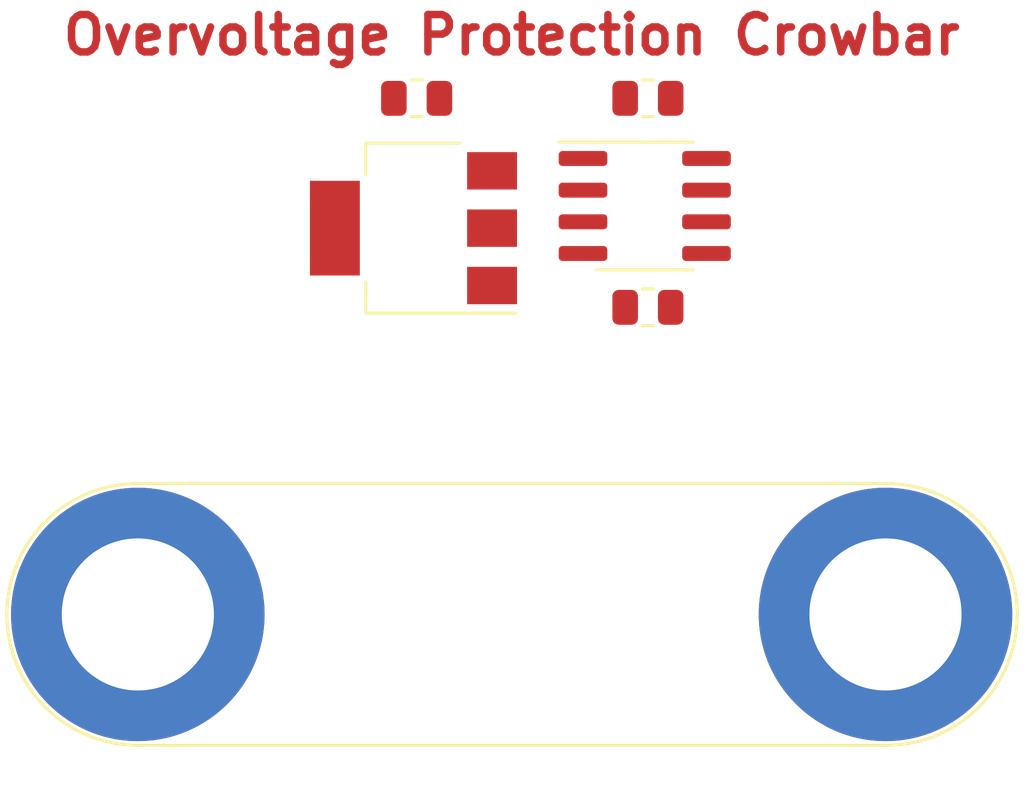
<source format=kicad_pcb>
(kicad_pcb (version 20171130) (host pcbnew "(5.1.7-1-gca8f026bc)")

  (general
    (thickness 1.6)
    (drawings 2)
    (tracks 0)
    (zones 0)
    (modules 6)
    (nets 5)
  )

  (page A4)
  (layers
    (0 F.Cu signal)
    (31 B.Cu signal)
    (32 B.Adhes user)
    (33 F.Adhes user)
    (34 B.Paste user)
    (35 F.Paste user)
    (36 B.SilkS user)
    (37 F.SilkS user)
    (38 B.Mask user)
    (39 F.Mask user)
    (40 Dwgs.User user)
    (41 Cmts.User user)
    (42 Eco1.User user)
    (43 Eco2.User user)
    (44 Edge.Cuts user)
    (45 Margin user)
    (46 B.CrtYd user)
    (47 F.CrtYd user)
    (48 B.Fab user)
    (49 F.Fab user)
  )

  (setup
    (last_trace_width 0.25)
    (trace_clearance 0.2)
    (zone_clearance 0.508)
    (zone_45_only no)
    (trace_min 0.2)
    (via_size 0.8)
    (via_drill 0.4)
    (via_min_size 0.4)
    (via_min_drill 0.3)
    (uvia_size 0.3)
    (uvia_drill 0.1)
    (uvias_allowed no)
    (uvia_min_size 0.2)
    (uvia_min_drill 0.1)
    (edge_width 0.05)
    (segment_width 0.2)
    (pcb_text_width 0.3)
    (pcb_text_size 1.5 1.5)
    (mod_edge_width 0.12)
    (mod_text_size 1 1)
    (mod_text_width 0.15)
    (pad_size 1.524 1.524)
    (pad_drill 0.762)
    (pad_to_mask_clearance 0)
    (aux_axis_origin 0 0)
    (visible_elements FFFFFF7F)
    (pcbplotparams
      (layerselection 0x010fc_ffffffff)
      (usegerberextensions false)
      (usegerberattributes true)
      (usegerberadvancedattributes true)
      (creategerberjobfile true)
      (excludeedgelayer true)
      (linewidth 0.100000)
      (plotframeref false)
      (viasonmask false)
      (mode 1)
      (useauxorigin false)
      (hpglpennumber 1)
      (hpglpenspeed 20)
      (hpglpendiameter 15.000000)
      (psnegative false)
      (psa4output false)
      (plotreference true)
      (plotvalue true)
      (plotinvisibletext false)
      (padsonsilk false)
      (subtractmaskfromsilk false)
      (outputformat 1)
      (mirror false)
      (drillshape 1)
      (scaleselection 1)
      (outputdirectory ""))
  )

  (net 0 "")
  (net 1 "Net-(D1-Pad3)")
  (net 2 "Net-(R1-Pad2)")
  (net 3 GND)
  (net 4 VCC)

  (net_class Default "This is the default net class."
    (clearance 0.2)
    (trace_width 0.25)
    (via_dia 0.8)
    (via_drill 0.4)
    (uvia_dia 0.3)
    (uvia_drill 0.1)
    (add_net GND)
    (add_net "Net-(D1-Pad3)")
    (add_net "Net-(R1-Pad2)")
    (add_net VCC)
  )

  (module Connector:Banana_Jack_2Pin (layer F.Cu) (tedit 5A1AB217) (tstamp 5F703032)
    (at 133.604 89.535)
    (descr "Dual banana socket, footprint - 2 x 6mm drills")
    (tags "banana socket")
    (path /5F707773)
    (fp_text reference J1 (at 14.985 -6.24) (layer F.SilkS) hide
      (effects (font (size 1 1) (thickness 0.15)))
    )
    (fp_text value Conn_01x02 (at 14.985 6.29) (layer F.Fab)
      (effects (font (size 1 1) (thickness 0.15)))
    )
    (fp_arc (start 0 0) (end 0 5.25) (angle 180) (layer F.SilkS) (width 0.12))
    (fp_arc (start 30 0) (end 30 -5.25) (angle 180) (layer F.SilkS) (width 0.12))
    (fp_arc (start 30 0) (end 30 -5.5) (angle 180) (layer F.CrtYd) (width 0.05))
    (fp_arc (start 0 0) (end 0 5.5) (angle 180) (layer F.CrtYd) (width 0.05))
    (fp_text user %R (at 14.985 0) (layer F.Fab)
      (effects (font (size 1 1) (thickness 0.15)))
    )
    (fp_line (start 30 -5.5) (end 0 -5.5) (layer F.CrtYd) (width 0.05))
    (fp_line (start 0 5.5) (end 30 5.5) (layer F.CrtYd) (width 0.05))
    (fp_line (start 0 5.25) (end 30 5.25) (layer F.SilkS) (width 0.12))
    (fp_line (start 30 -5.25) (end 0 -5.25) (layer F.SilkS) (width 0.12))
    (fp_circle (center 30 0) (end 32 0) (layer F.Fab) (width 0.1))
    (fp_circle (center 0 0) (end 2 0) (layer F.Fab) (width 0.1))
    (fp_circle (center 0 0) (end 4.75 0) (layer F.Fab) (width 0.1))
    (fp_circle (center 30 0) (end 34.75 0) (layer F.Fab) (width 0.1))
    (pad 2 thru_hole circle (at 29.97 0) (size 10.16 10.16) (drill 6.1) (layers *.Cu *.Mask)
      (net 3 GND))
    (pad 1 thru_hole circle (at 0 0) (size 10.16 10.16) (drill 6.1) (layers *.Cu *.Mask)
      (net 4 VCC))
    (model ${KISYS3DMOD}/Connector.3dshapes/Banana_Jack_2Pin.wrl
      (offset (xyz 14.98599977493286 0 0))
      (scale (xyz 2 2 2))
      (rotate (xyz 0 0 0))
    )
  )

  (module Package_SO:SOIC-8_3.9x4.9mm_P1.27mm (layer F.Cu) (tedit 5D9F72B1) (tstamp 5F7025DE)
    (at 153.924 73.152)
    (descr "SOIC, 8 Pin (JEDEC MS-012AA, https://www.analog.com/media/en/package-pcb-resources/package/pkg_pdf/soic_narrow-r/r_8.pdf), generated with kicad-footprint-generator ipc_gullwing_generator.py")
    (tags "SOIC SO")
    (path /5F6FD360)
    (attr smd)
    (fp_text reference U1 (at 0 -3.4) (layer F.SilkS) hide
      (effects (font (size 1 1) (thickness 0.15)))
    )
    (fp_text value LM285M-ADJ (at 0 3.4) (layer F.Fab) hide
      (effects (font (size 1 1) (thickness 0.15)))
    )
    (fp_text user %R (at 0 0) (layer F.Fab)
      (effects (font (size 0.98 0.98) (thickness 0.15)))
    )
    (fp_line (start 0 2.56) (end 1.95 2.56) (layer F.SilkS) (width 0.12))
    (fp_line (start 0 2.56) (end -1.95 2.56) (layer F.SilkS) (width 0.12))
    (fp_line (start 0 -2.56) (end 1.95 -2.56) (layer F.SilkS) (width 0.12))
    (fp_line (start 0 -2.56) (end -3.45 -2.56) (layer F.SilkS) (width 0.12))
    (fp_line (start -0.975 -2.45) (end 1.95 -2.45) (layer F.Fab) (width 0.1))
    (fp_line (start 1.95 -2.45) (end 1.95 2.45) (layer F.Fab) (width 0.1))
    (fp_line (start 1.95 2.45) (end -1.95 2.45) (layer F.Fab) (width 0.1))
    (fp_line (start -1.95 2.45) (end -1.95 -1.475) (layer F.Fab) (width 0.1))
    (fp_line (start -1.95 -1.475) (end -0.975 -2.45) (layer F.Fab) (width 0.1))
    (fp_line (start -3.7 -2.7) (end -3.7 2.7) (layer F.CrtYd) (width 0.05))
    (fp_line (start -3.7 2.7) (end 3.7 2.7) (layer F.CrtYd) (width 0.05))
    (fp_line (start 3.7 2.7) (end 3.7 -2.7) (layer F.CrtYd) (width 0.05))
    (fp_line (start 3.7 -2.7) (end -3.7 -2.7) (layer F.CrtYd) (width 0.05))
    (pad 8 smd roundrect (at 2.475 -1.905) (size 1.95 0.6) (layers F.Cu F.Paste F.Mask) (roundrect_rratio 0.25)
      (net 1 "Net-(D1-Pad3)"))
    (pad 7 smd roundrect (at 2.475 -0.635) (size 1.95 0.6) (layers F.Cu F.Paste F.Mask) (roundrect_rratio 0.25))
    (pad 6 smd roundrect (at 2.475 0.635) (size 1.95 0.6) (layers F.Cu F.Paste F.Mask) (roundrect_rratio 0.25))
    (pad 5 smd roundrect (at 2.475 1.905) (size 1.95 0.6) (layers F.Cu F.Paste F.Mask) (roundrect_rratio 0.25)
      (net 2 "Net-(R1-Pad2)"))
    (pad 4 smd roundrect (at -2.475 1.905) (size 1.95 0.6) (layers F.Cu F.Paste F.Mask) (roundrect_rratio 0.25)
      (net 3 GND))
    (pad 3 smd roundrect (at -2.475 0.635) (size 1.95 0.6) (layers F.Cu F.Paste F.Mask) (roundrect_rratio 0.25))
    (pad 2 smd roundrect (at -2.475 -0.635) (size 1.95 0.6) (layers F.Cu F.Paste F.Mask) (roundrect_rratio 0.25))
    (pad 1 smd roundrect (at -2.475 -1.905) (size 1.95 0.6) (layers F.Cu F.Paste F.Mask) (roundrect_rratio 0.25))
    (model ${KISYS3DMOD}/Package_SO.3dshapes/SOIC-8_3.9x4.9mm_P1.27mm.wrl
      (at (xyz 0 0 0))
      (scale (xyz 1 1 1))
      (rotate (xyz 0 0 0))
    )
  )

  (module Resistor_SMD:R_0805_2012Metric (layer F.Cu) (tedit 5F68FEEE) (tstamp 5F7025C4)
    (at 144.78 68.834)
    (descr "Resistor SMD 0805 (2012 Metric), square (rectangular) end terminal, IPC_7351 nominal, (Body size source: IPC-SM-782 page 72, https://www.pcb-3d.com/wordpress/wp-content/uploads/ipc-sm-782a_amendment_1_and_2.pdf), generated with kicad-footprint-generator")
    (tags resistor)
    (path /5F6FF1D0)
    (attr smd)
    (fp_text reference R3 (at 0 -1.65) (layer F.SilkS) hide
      (effects (font (size 1 1) (thickness 0.15)))
    )
    (fp_text value R (at 0 1.65) (layer F.Fab) hide
      (effects (font (size 1 1) (thickness 0.15)))
    )
    (fp_text user %R (at 0 0) (layer F.Fab)
      (effects (font (size 0.5 0.5) (thickness 0.08)))
    )
    (fp_line (start -1 0.625) (end -1 -0.625) (layer F.Fab) (width 0.1))
    (fp_line (start -1 -0.625) (end 1 -0.625) (layer F.Fab) (width 0.1))
    (fp_line (start 1 -0.625) (end 1 0.625) (layer F.Fab) (width 0.1))
    (fp_line (start 1 0.625) (end -1 0.625) (layer F.Fab) (width 0.1))
    (fp_line (start -0.227064 -0.735) (end 0.227064 -0.735) (layer F.SilkS) (width 0.12))
    (fp_line (start -0.227064 0.735) (end 0.227064 0.735) (layer F.SilkS) (width 0.12))
    (fp_line (start -1.68 0.95) (end -1.68 -0.95) (layer F.CrtYd) (width 0.05))
    (fp_line (start -1.68 -0.95) (end 1.68 -0.95) (layer F.CrtYd) (width 0.05))
    (fp_line (start 1.68 -0.95) (end 1.68 0.95) (layer F.CrtYd) (width 0.05))
    (fp_line (start 1.68 0.95) (end -1.68 0.95) (layer F.CrtYd) (width 0.05))
    (pad 2 smd roundrect (at 0.9125 0) (size 1.025 1.4) (layers F.Cu F.Paste F.Mask) (roundrect_rratio 0.243902)
      (net 1 "Net-(D1-Pad3)"))
    (pad 1 smd roundrect (at -0.9125 0) (size 1.025 1.4) (layers F.Cu F.Paste F.Mask) (roundrect_rratio 0.243902)
      (net 4 VCC))
    (model ${KISYS3DMOD}/Resistor_SMD.3dshapes/R_0805_2012Metric.wrl
      (at (xyz 0 0 0))
      (scale (xyz 1 1 1))
      (rotate (xyz 0 0 0))
    )
  )

  (module Resistor_SMD:R_0805_2012Metric (layer F.Cu) (tedit 5F68FEEE) (tstamp 5F7025B3)
    (at 154.051 77.216 180)
    (descr "Resistor SMD 0805 (2012 Metric), square (rectangular) end terminal, IPC_7351 nominal, (Body size source: IPC-SM-782 page 72, https://www.pcb-3d.com/wordpress/wp-content/uploads/ipc-sm-782a_amendment_1_and_2.pdf), generated with kicad-footprint-generator")
    (tags resistor)
    (path /5F6FDF44)
    (attr smd)
    (fp_text reference R2 (at 0 -1.65) (layer F.SilkS) hide
      (effects (font (size 1 1) (thickness 0.15)))
    )
    (fp_text value R (at 0 1.65) (layer F.Fab) hide
      (effects (font (size 1 1) (thickness 0.15)))
    )
    (fp_text user %R (at 0 0) (layer F.Fab)
      (effects (font (size 0.5 0.5) (thickness 0.08)))
    )
    (fp_line (start -1 0.625) (end -1 -0.625) (layer F.Fab) (width 0.1))
    (fp_line (start -1 -0.625) (end 1 -0.625) (layer F.Fab) (width 0.1))
    (fp_line (start 1 -0.625) (end 1 0.625) (layer F.Fab) (width 0.1))
    (fp_line (start 1 0.625) (end -1 0.625) (layer F.Fab) (width 0.1))
    (fp_line (start -0.227064 -0.735) (end 0.227064 -0.735) (layer F.SilkS) (width 0.12))
    (fp_line (start -0.227064 0.735) (end 0.227064 0.735) (layer F.SilkS) (width 0.12))
    (fp_line (start -1.68 0.95) (end -1.68 -0.95) (layer F.CrtYd) (width 0.05))
    (fp_line (start -1.68 -0.95) (end 1.68 -0.95) (layer F.CrtYd) (width 0.05))
    (fp_line (start 1.68 -0.95) (end 1.68 0.95) (layer F.CrtYd) (width 0.05))
    (fp_line (start 1.68 0.95) (end -1.68 0.95) (layer F.CrtYd) (width 0.05))
    (pad 2 smd roundrect (at 0.9125 0 180) (size 1.025 1.4) (layers F.Cu F.Paste F.Mask) (roundrect_rratio 0.243902)
      (net 3 GND))
    (pad 1 smd roundrect (at -0.9125 0 180) (size 1.025 1.4) (layers F.Cu F.Paste F.Mask) (roundrect_rratio 0.243902)
      (net 2 "Net-(R1-Pad2)"))
    (model ${KISYS3DMOD}/Resistor_SMD.3dshapes/R_0805_2012Metric.wrl
      (at (xyz 0 0 0))
      (scale (xyz 1 1 1))
      (rotate (xyz 0 0 0))
    )
  )

  (module Resistor_SMD:R_0805_2012Metric (layer F.Cu) (tedit 5F68FEEE) (tstamp 5F7025A2)
    (at 154.051 68.834)
    (descr "Resistor SMD 0805 (2012 Metric), square (rectangular) end terminal, IPC_7351 nominal, (Body size source: IPC-SM-782 page 72, https://www.pcb-3d.com/wordpress/wp-content/uploads/ipc-sm-782a_amendment_1_and_2.pdf), generated with kicad-footprint-generator")
    (tags resistor)
    (path /5F6FDC29)
    (attr smd)
    (fp_text reference R1 (at 0 -1.65) (layer F.SilkS) hide
      (effects (font (size 1 1) (thickness 0.15)))
    )
    (fp_text value R (at 0 1.65) (layer F.Fab) hide
      (effects (font (size 1 1) (thickness 0.15)))
    )
    (fp_text user %R (at 0 0) (layer F.Fab)
      (effects (font (size 0.5 0.5) (thickness 0.08)))
    )
    (fp_line (start -1 0.625) (end -1 -0.625) (layer F.Fab) (width 0.1))
    (fp_line (start -1 -0.625) (end 1 -0.625) (layer F.Fab) (width 0.1))
    (fp_line (start 1 -0.625) (end 1 0.625) (layer F.Fab) (width 0.1))
    (fp_line (start 1 0.625) (end -1 0.625) (layer F.Fab) (width 0.1))
    (fp_line (start -0.227064 -0.735) (end 0.227064 -0.735) (layer F.SilkS) (width 0.12))
    (fp_line (start -0.227064 0.735) (end 0.227064 0.735) (layer F.SilkS) (width 0.12))
    (fp_line (start -1.68 0.95) (end -1.68 -0.95) (layer F.CrtYd) (width 0.05))
    (fp_line (start -1.68 -0.95) (end 1.68 -0.95) (layer F.CrtYd) (width 0.05))
    (fp_line (start 1.68 -0.95) (end 1.68 0.95) (layer F.CrtYd) (width 0.05))
    (fp_line (start 1.68 0.95) (end -1.68 0.95) (layer F.CrtYd) (width 0.05))
    (pad 2 smd roundrect (at 0.9125 0) (size 1.025 1.4) (layers F.Cu F.Paste F.Mask) (roundrect_rratio 0.243902)
      (net 2 "Net-(R1-Pad2)"))
    (pad 1 smd roundrect (at -0.9125 0) (size 1.025 1.4) (layers F.Cu F.Paste F.Mask) (roundrect_rratio 0.243902)
      (net 4 VCC))
    (model ${KISYS3DMOD}/Resistor_SMD.3dshapes/R_0805_2012Metric.wrl
      (at (xyz 0 0 0))
      (scale (xyz 1 1 1))
      (rotate (xyz 0 0 0))
    )
  )

  (module Package_TO_SOT_SMD:SOT-223 (layer F.Cu) (tedit 5A02FF57) (tstamp 5F702591)
    (at 144.653 74.041 180)
    (descr "module CMS SOT223 4 pins")
    (tags "CMS SOT")
    (path /5F7029DF)
    (attr smd)
    (fp_text reference D1 (at 0 -4.5) (layer F.SilkS) hide
      (effects (font (size 1 1) (thickness 0.15)))
    )
    (fp_text value Q_SCR_KAGA (at 0 4.5) (layer F.Fab) hide
      (effects (font (size 1 1) (thickness 0.15)))
    )
    (fp_text user %R (at 0 0 90) (layer F.Fab)
      (effects (font (size 0.8 0.8) (thickness 0.12)))
    )
    (fp_line (start -1.85 -2.3) (end -0.8 -3.35) (layer F.Fab) (width 0.1))
    (fp_line (start 1.91 3.41) (end 1.91 2.15) (layer F.SilkS) (width 0.12))
    (fp_line (start 1.91 -3.41) (end 1.91 -2.15) (layer F.SilkS) (width 0.12))
    (fp_line (start 4.4 -3.6) (end -4.4 -3.6) (layer F.CrtYd) (width 0.05))
    (fp_line (start 4.4 3.6) (end 4.4 -3.6) (layer F.CrtYd) (width 0.05))
    (fp_line (start -4.4 3.6) (end 4.4 3.6) (layer F.CrtYd) (width 0.05))
    (fp_line (start -4.4 -3.6) (end -4.4 3.6) (layer F.CrtYd) (width 0.05))
    (fp_line (start -1.85 -2.3) (end -1.85 3.35) (layer F.Fab) (width 0.1))
    (fp_line (start -1.85 3.41) (end 1.91 3.41) (layer F.SilkS) (width 0.12))
    (fp_line (start -0.8 -3.35) (end 1.85 -3.35) (layer F.Fab) (width 0.1))
    (fp_line (start -4.1 -3.41) (end 1.91 -3.41) (layer F.SilkS) (width 0.12))
    (fp_line (start -1.85 3.35) (end 1.85 3.35) (layer F.Fab) (width 0.1))
    (fp_line (start 1.85 -3.35) (end 1.85 3.35) (layer F.Fab) (width 0.1))
    (pad 1 smd rect (at -3.15 -2.3 180) (size 2 1.5) (layers F.Cu F.Paste F.Mask)
      (net 3 GND))
    (pad 3 smd rect (at -3.15 2.3 180) (size 2 1.5) (layers F.Cu F.Paste F.Mask)
      (net 1 "Net-(D1-Pad3)"))
    (pad 2 smd rect (at -3.15 0 180) (size 2 1.5) (layers F.Cu F.Paste F.Mask)
      (net 4 VCC))
    (pad 4 smd rect (at 3.15 0 180) (size 2 3.8) (layers F.Cu F.Paste F.Mask)
      (net 4 VCC))
    (model ${KISYS3DMOD}/Package_TO_SOT_SMD.3dshapes/SOT-223.wrl
      (at (xyz 0 0 0))
      (scale (xyz 1 1 1))
      (rotate (xyz 0 0 0))
    )
  )

  (gr_text "Overvoltage Protection Crowbar" (at 148.589 66.294) (layer F.Mask) (tstamp 5F703B17)
    (effects (font (size 1.5 1.5) (thickness 0.3)))
  )
  (gr_text "Overvoltage Protection Crowbar" (at 148.589 66.294) (layer F.Cu)
    (effects (font (size 1.5 1.5) (thickness 0.3)))
  )

)

</source>
